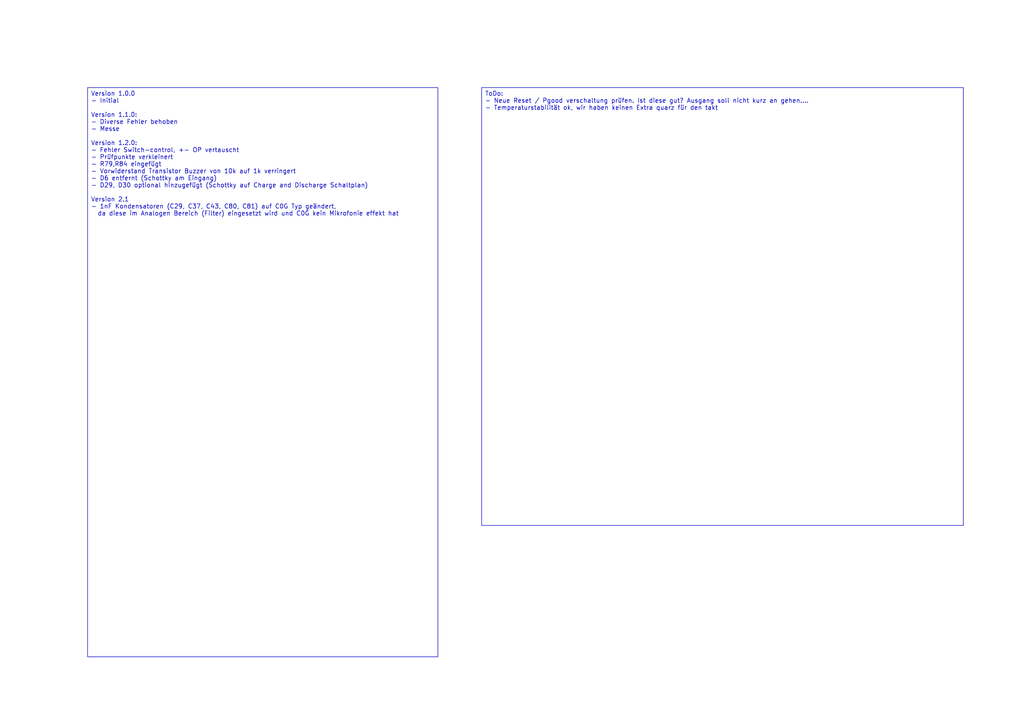
<source format=kicad_sch>
(kicad_sch
	(version 20250114)
	(generator "eeschema")
	(generator_version "9.0")
	(uuid "8759f1e7-f0ef-44cd-8f8e-adb04002c292")
	(paper "A4")
	(lib_symbols)
	(text_box "ToDo:\n- Neue Reset / Pgood verschaltung prüfen. Ist diese gut? Ausgang soll nicht kurz an gehen....\n- Temperaturstabilität ok, wir haben keinen Extra quarz für den takt"
		(exclude_from_sim no)
		(at 139.7 25.4 0)
		(size 139.7 127)
		(margins 0.9525 0.9525 0.9525 0.9525)
		(stroke
			(width 0)
			(type solid)
		)
		(fill
			(type none)
		)
		(effects
			(font
				(size 1.27 1.27)
			)
			(justify left top)
		)
		(uuid "2dae26e8-5da5-4cc9-afae-210b0fd7b166")
	)
	(text_box "Version 1.0.0\n- Initial\n\nVersion 1.1.0:\n- Diverse Fehler behoben\n- Messe\n\nVersion 1.2.0:\n- Fehler Switch-control, +- OP vertauscht\n- Prüfpunkte verkleinert\n- R79,R84 eingefügt\n- Vorwiderstand Transistor Buzzer von 10k auf 1k verringert\n- D6 entfernt (Schottky am Eingang)\n- D29, D30 optional hinzugefügt (Schottky auf Charge and Discharge Schaltplan)\n\nVersion 2.1\n- 1nF Kondensatoren (C29, C37, C43, C80, C81) auf C0G Typ geändert, \n  da diese im Analogen Bereich (Filter) eingesetzt wird und C0G kein Mikrofonie effekt hat\n"
		(exclude_from_sim no)
		(at 25.4 25.4 0)
		(size 101.6 165.1)
		(margins 0.9525 0.9525 0.9525 0.9525)
		(stroke
			(width 0)
			(type solid)
		)
		(fill
			(type none)
		)
		(effects
			(font
				(size 1.27 1.27)
			)
			(justify left top)
		)
		(uuid "e4449086-f7fb-4107-b6ec-733651e9792f")
	)
)

</source>
